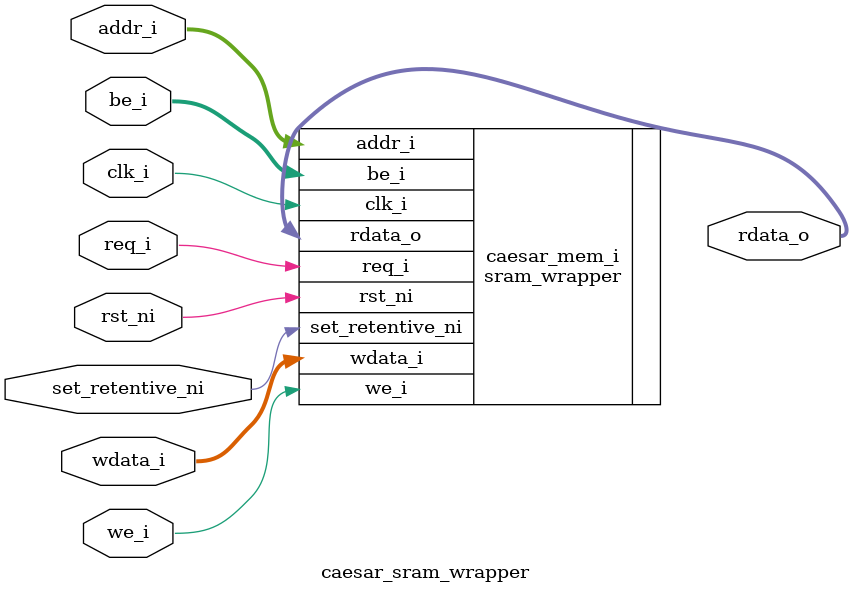
<source format=sv>


module caesar_sram_wrapper #(
    parameter int unsigned NUM_WORDS = 32'd1024,  // Number of Words in data array
    parameter int unsigned DATA_WIDTH = 32'd32,  // Data signal width
    // DEPENDENT PARAMETERS, DO NOT OVERWRITE!
    // localparam int unsigned AddrWidth = (NUM_WORDS > 32'd1) ? unsigned'($clog2(NUM_WORDS)) : 32'd1
    // hardcoding the address width for 16KB SRAM which is 12 bits (problem is in caesar it is hardcoded!!)
    localparam int unsigned AddrWidth = 12
) (
    input  logic                 clk_i,
    input  logic                 rst_ni,
    // input ports
    input  logic                 req_i,
    input  logic                 we_i,
    input  logic [AddrWidth-1:0] addr_i,
    input  logic [         31:0] wdata_i,
    input  logic [          3:0] be_i,
    input  logic                 set_retentive_ni,
    // input  logic                  pwrgate_ni,
    // output ports
    output logic [         31:0] rdata_o
);
  // INTERNAL SIGNALS
  logic write_en;
  logic read_en;

  // Read/Write enable generation
  assign write_en = req_i & we_i;
  assign read_en  = req_i & (~we_i);

    sram_wrapper #(
        .NumWords (NUM_WORDS),  // Number of Words in data array
        .DataWidth(DATA_WIDTH)  // Data signal width
    ) caesar_mem_i (
        .clk_i,
        .rst_ni,
        // input ports
        .req_i,
        .we_i,
        .addr_i,
        .wdata_i,
        .be_i,
        .set_retentive_ni,
        // output ports
        .rdata_o
    );

endmodule
</source>
